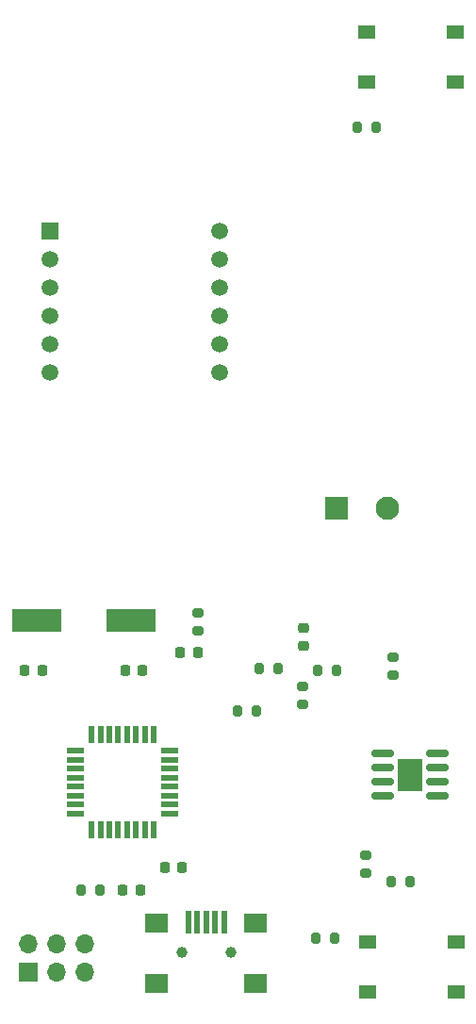
<source format=gts>
%TF.GenerationSoftware,KiCad,Pcbnew,6.0.6*%
%TF.CreationDate,2022-07-20T10:20:16+02:00*%
%TF.ProjectId,H_vfTimer,48e47666-5469-46d6-9572-2e6b69636164,rev?*%
%TF.SameCoordinates,Original*%
%TF.FileFunction,Soldermask,Top*%
%TF.FilePolarity,Negative*%
%FSLAX46Y46*%
G04 Gerber Fmt 4.6, Leading zero omitted, Abs format (unit mm)*
G04 Created by KiCad (PCBNEW 6.0.6) date 2022-07-20 10:20:16*
%MOMM*%
%LPD*%
G01*
G04 APERTURE LIST*
G04 Aperture macros list*
%AMRoundRect*
0 Rectangle with rounded corners*
0 $1 Rounding radius*
0 $2 $3 $4 $5 $6 $7 $8 $9 X,Y pos of 4 corners*
0 Add a 4 corners polygon primitive as box body*
4,1,4,$2,$3,$4,$5,$6,$7,$8,$9,$2,$3,0*
0 Add four circle primitives for the rounded corners*
1,1,$1+$1,$2,$3*
1,1,$1+$1,$4,$5*
1,1,$1+$1,$6,$7*
1,1,$1+$1,$8,$9*
0 Add four rect primitives between the rounded corners*
20,1,$1+$1,$2,$3,$4,$5,0*
20,1,$1+$1,$4,$5,$6,$7,0*
20,1,$1+$1,$6,$7,$8,$9,0*
20,1,$1+$1,$8,$9,$2,$3,0*%
G04 Aperture macros list end*
%ADD10C,1.000000*%
%ADD11R,0.500000X2.000000*%
%ADD12R,2.000000X1.700000*%
%ADD13R,1.550000X1.300000*%
%ADD14RoundRect,0.225000X0.225000X0.250000X-0.225000X0.250000X-0.225000X-0.250000X0.225000X-0.250000X0*%
%ADD15RoundRect,0.225000X-0.250000X0.225000X-0.250000X-0.225000X0.250000X-0.225000X0.250000X0.225000X0*%
%ADD16RoundRect,0.200000X0.200000X0.275000X-0.200000X0.275000X-0.200000X-0.275000X0.200000X-0.275000X0*%
%ADD17RoundRect,0.200000X0.275000X-0.200000X0.275000X0.200000X-0.275000X0.200000X-0.275000X-0.200000X0*%
%ADD18R,4.500000X2.000000*%
%ADD19R,1.500000X1.500000*%
%ADD20C,1.500000*%
%ADD21RoundRect,0.218750X-0.218750X-0.256250X0.218750X-0.256250X0.218750X0.256250X-0.218750X0.256250X0*%
%ADD22RoundRect,0.200000X-0.275000X0.200000X-0.275000X-0.200000X0.275000X-0.200000X0.275000X0.200000X0*%
%ADD23R,1.700000X1.700000*%
%ADD24O,1.700000X1.700000*%
%ADD25R,0.550000X1.600000*%
%ADD26R,1.600000X0.550000*%
%ADD27RoundRect,0.218750X0.218750X0.256250X-0.218750X0.256250X-0.218750X-0.256250X0.218750X-0.256250X0*%
%ADD28RoundRect,0.225000X-0.225000X-0.250000X0.225000X-0.250000X0.225000X0.250000X-0.225000X0.250000X0*%
%ADD29RoundRect,0.200000X-0.200000X-0.275000X0.200000X-0.275000X0.200000X0.275000X-0.200000X0.275000X0*%
%ADD30RoundRect,0.250001X-0.799999X-0.799999X0.799999X-0.799999X0.799999X0.799999X-0.799999X0.799999X0*%
%ADD31C,2.100000*%
%ADD32RoundRect,0.150000X0.825000X0.150000X-0.825000X0.150000X-0.825000X-0.150000X0.825000X-0.150000X0*%
%ADD33R,2.290000X3.000000*%
G04 APERTURE END LIST*
D10*
X119720000Y-132080000D03*
X124120000Y-132080000D03*
D11*
X120320000Y-129380000D03*
X121120000Y-129380000D03*
X121920000Y-129380000D03*
X122720000Y-129380000D03*
X123520000Y-129380000D03*
D12*
X117470000Y-134930000D03*
X126370000Y-134930000D03*
X126370000Y-129480000D03*
X117470000Y-129480000D03*
D13*
X144285000Y-49455000D03*
X136335000Y-49455000D03*
X144285000Y-53955000D03*
X136335000Y-53955000D03*
D14*
X107185000Y-106830000D03*
X105635000Y-106830000D03*
D15*
X130635000Y-103005000D03*
X130635000Y-104555000D03*
D16*
X133435000Y-130855000D03*
X131785000Y-130855000D03*
D17*
X121185000Y-103280000D03*
X121185000Y-101630000D03*
D16*
X128335000Y-106605000D03*
X126685000Y-106605000D03*
D18*
X106660000Y-102330000D03*
X115160000Y-102330000D03*
D19*
X107838500Y-67310000D03*
D20*
X107838500Y-69850000D03*
X107838500Y-72390000D03*
X107838500Y-74930000D03*
X107838500Y-77470000D03*
X107838500Y-80010000D03*
X123078500Y-80010000D03*
X123078500Y-77470000D03*
X123078500Y-74930000D03*
X123078500Y-72390000D03*
X123078500Y-69850000D03*
X123078500Y-67310000D03*
D17*
X130610000Y-109855000D03*
X130610000Y-108205000D03*
D16*
X126410000Y-110455000D03*
X124760000Y-110455000D03*
D21*
X115972500Y-126480000D03*
X114397500Y-126480000D03*
D22*
X136210000Y-123355000D03*
X136210000Y-125005000D03*
D16*
X140185000Y-125755000D03*
X138535000Y-125755000D03*
D14*
X116185000Y-106830000D03*
X114635000Y-106830000D03*
D13*
X136385000Y-131205000D03*
X144335000Y-131205000D03*
X136385000Y-135705000D03*
X144335000Y-135705000D03*
D23*
X105933000Y-133863000D03*
D24*
X105933000Y-131323000D03*
X108473000Y-133863000D03*
X108473000Y-131323000D03*
X111013000Y-133863000D03*
X111013000Y-131323000D03*
D22*
X138660000Y-105580000D03*
X138660000Y-107230000D03*
D25*
X117210000Y-112580000D03*
X116410000Y-112580000D03*
X115610000Y-112580000D03*
X114810000Y-112580000D03*
X114010000Y-112580000D03*
X113210000Y-112580000D03*
X112410000Y-112580000D03*
X111610000Y-112580000D03*
D26*
X110160000Y-114030000D03*
X110160000Y-114830000D03*
X110160000Y-115630000D03*
X110160000Y-116430000D03*
X110160000Y-117230000D03*
X110160000Y-118030000D03*
X110160000Y-118830000D03*
X110160000Y-119630000D03*
D25*
X111610000Y-121080000D03*
X112410000Y-121080000D03*
X113210000Y-121080000D03*
X114010000Y-121080000D03*
X114810000Y-121080000D03*
X115610000Y-121080000D03*
X116410000Y-121080000D03*
X117210000Y-121080000D03*
D26*
X118660000Y-119630000D03*
X118660000Y-118830000D03*
X118660000Y-118030000D03*
X118660000Y-117230000D03*
X118660000Y-116430000D03*
X118660000Y-115630000D03*
X118660000Y-114830000D03*
X118660000Y-114030000D03*
D27*
X121147500Y-105180000D03*
X119572500Y-105180000D03*
D28*
X118210000Y-124480000D03*
X119760000Y-124480000D03*
D29*
X131945000Y-106830000D03*
X133595000Y-106830000D03*
D16*
X137155000Y-58005000D03*
X135505000Y-58005000D03*
D30*
X133585000Y-92230000D03*
D31*
X138185000Y-92230000D03*
D32*
X142685000Y-118085000D03*
X142685000Y-116815000D03*
X142685000Y-115545000D03*
X142685000Y-114275000D03*
X137735000Y-114275000D03*
X137735000Y-115545000D03*
X137735000Y-116815000D03*
X137735000Y-118085000D03*
D33*
X140210000Y-116180000D03*
D16*
X112360000Y-126505000D03*
X110710000Y-126505000D03*
M02*

</source>
